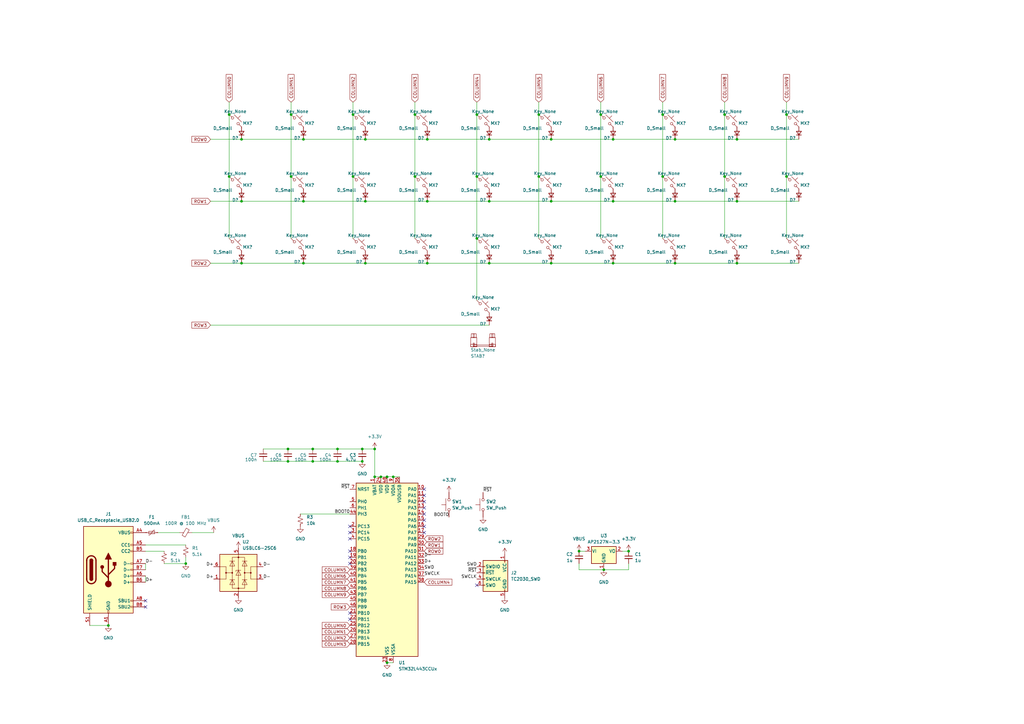
<source format=kicad_sch>
(kicad_sch (version 20230121) (generator eeschema)
  (paper "A3")
  (lib_symbols
    (symbol "Connector:USB_C_Receptacle_USB2.0" (pin_names (offset 1.016))
      (property "Reference" "J" (at -10.16 19.05 0))
      (property "Value" "USB_C_Receptacle_USB2.0" (at 19.05 19.05 0))
      (symbol "USB_C_Receptacle_USB2.0_1_1"
        (pin passive line (at 0 -22.86 90) (length 5.08) (name "GND") (number "A1"))
        (pin passive line (at 0 -22.86 90) (length 5.08) hide (name "GND") (number "A12"))
        (pin passive line (at 15.24 15.24 180) (length 5.08) (name "VBUS") (number "A4"))
        (pin bidirectional line (at 15.24 10.16 180) (length 5.08) (name "CC1") (number "A5"))
        (pin bidirectional line (at 15.24 -2.54 180) (length 5.08) (name "D+") (number "A6"))
        (pin bidirectional line (at 15.24 2.54 180) (length 5.08) (name "D-") (number "A7"))
        (pin bidirectional line (at 15.24 -12.7 180) (length 5.08) (name "SBU1") (number "A8"))
        (pin passive line (at 15.24 15.24 180) (length 5.08) hide (name "VBUS") (number "A9"))
        (pin passive line (at 0 -22.86 90) (length 5.08) hide (name "GND") (number "B1"))
        (pin passive line (at 0 -22.86 90) (length 5.08) hide (name "GND") (number "B12"))
        (pin passive line (at 15.24 15.24 180) (length 5.08) hide (name "VBUS") (number "B4"))
        (pin bidirectional line (at 15.24 7.62 180) (length 5.08) (name "CC2") (number "B5"))
        (pin bidirectional line (at 15.24 -5.08 180) (length 5.08) (name "D+") (number "B6"))
        (pin bidirectional line (at 15.24 0 180) (length 5.08) (name "D-") (number "B7"))
        (pin bidirectional line (at 15.24 -15.24 180) (length 5.08) (name "SBU2") (number "B8"))
        (pin passive line (at 15.24 15.24 180) (length 5.08) hide (name "VBUS") (number "B9"))
        (pin passive line (at -7.62 -22.86 90) (length 5.08) (name "SHIELD") (number "S1"))
      )
    )
    (symbol "D_Small" (pin_numbers hide) (pin_names (offset 0.254) hide)
      (property "Reference" "D1" (at 1.27 7.112 90))
      (property "Value" "D_Small" (at -1.27 3.048 90))
      (symbol "D_Small_1_1"
        (pin passive line (at -2.54 0 0) (length 1.778) (name "K") (number "1"))
        (pin passive line (at 2.54 0 180) (length 1.778) (name "A") (number "2"))
      )
    )
    (symbol "Device:C_Small" (pin_numbers hide) (pin_names (offset 0.254) hide)
      (property "Reference" "C" (at 0.254 1.778 0))
      (property "Value" "C_Small" (at 0.254 -2.032 0))
      (symbol "C_Small_1_1"
        (pin passive line (at 0 2.54 270) (length 2.032) (name "~") (number "1"))
        (pin passive line (at 0 -2.54 90) (length 2.032) (name "~") (number "2"))
      )
    )
    (symbol "Device:FerriteBead_Small" (pin_numbers hide) (pin_names (offset 0))
      (property "Reference" "FB" (at 1.905 1.27 0))
      (property "Value" "FerriteBead_Small" (at 1.905 -1.27 0))
      (symbol "FerriteBead_Small_1_1"
        (pin passive line (at 0 2.54 270) (length 1.27) (name "~") (number "1"))
        (pin passive line (at 0 -2.54 90) (length 1.27) (name "~") (number "2"))
      )
    )
    (symbol "Device:Polyfuse_Small" (pin_numbers hide) (pin_names (offset 0))
      (property "Reference" "F" (at -1.905 0 90))
      (property "Value" "Polyfuse_Small" (at 1.905 0 90))
      (symbol "Polyfuse_Small_1_1"
        (pin passive line (at 0 2.54 270) (length 0.635) (name "~") (number "1"))
        (pin passive line (at 0 -2.54 90) (length 0.635) (name "~") (number "2"))
      )
    )
    (symbol "Device:R_Small_US" (pin_numbers hide) (pin_names (offset 0.254) hide)
      (property "Reference" "R" (at 0.762 0.508 0))
      (property "Value" "R_Small_US" (at 0.762 -1.016 0))
      (symbol "R_Small_US_1_1"
        (pin passive line (at 0 2.54 270) (length 1.016) (name "~") (number "1"))
        (pin passive line (at 0 -2.54 90) (length 1.016) (name "~") (number "2"))
      )
    )
    (symbol "MCU_ST_STM32L4:STM32L443CCUx"
      (property "Reference" "U" (at -12.7 36.83 0))
      (property "Value" "STM32L443CCUx" (at 7.62 36.83 0))
      (symbol "STM32L443CCUx_1_1"
        (pin power_in line (at -5.08 38.1 270) (length 2.54) (name "VBAT") (number "1"))
        (pin bidirectional line (at 15.24 33.02 180) (length 2.54) (name "PA0") (number "10"))
        (pin bidirectional line (at 15.24 30.48 180) (length 2.54) (name "PA1") (number "11"))
        (pin bidirectional line (at 15.24 27.94 180) (length 2.54) (name "PA2") (number "12"))
        (pin bidirectional line (at 15.24 25.4 180) (length 2.54) (name "PA3") (number "13"))
        (pin bidirectional line (at 15.24 22.86 180) (length 2.54) (name "PA4") (number "14"))
        (pin bidirectional line (at 15.24 20.32 180) (length 2.54) (name "PA5") (number "15"))
        (pin bidirectional line (at 15.24 17.78 180) (length 2.54) (name "PA6") (number "16"))
        (pin bidirectional line (at 15.24 15.24 180) (length 2.54) (name "PA7") (number "17"))
        (pin bidirectional line (at -15.24 7.62 0) (length 2.54) (name "PB0") (number "18"))
        (pin bidirectional line (at -15.24 5.08 0) (length 2.54) (name "PB1") (number "19"))
        (pin bidirectional line (at -15.24 17.78 0) (length 2.54) (name "PC13") (number "2"))
        (pin bidirectional line (at -15.24 2.54 0) (length 2.54) (name "PB2") (number "20"))
        (pin bidirectional line (at -15.24 -17.78 0) (length 2.54) (name "PB10") (number "21"))
        (pin bidirectional line (at -15.24 -20.32 0) (length 2.54) (name "PB11") (number "22"))
        (pin power_in line (at 0 -38.1 90) (length 2.54) (name "VSS") (number "23"))
        (pin power_in line (at -2.54 38.1 270) (length 2.54) (name "VDD") (number "24"))
        (pin bidirectional line (at -15.24 -22.86 0) (length 2.54) (name "PB12") (number "25"))
        (pin bidirectional line (at -15.24 -25.4 0) (length 2.54) (name "PB13") (number "26"))
        (pin bidirectional line (at -15.24 -27.94 0) (length 2.54) (name "PB14") (number "27"))
        (pin bidirectional line (at -15.24 -30.48 0) (length 2.54) (name "PB15") (number "28"))
        (pin bidirectional line (at 15.24 12.7 180) (length 2.54) (name "PA8") (number "29"))
        (pin bidirectional line (at -15.24 15.24 0) (length 2.54) (name "PC14") (number "3"))
        (pin bidirectional line (at 15.24 10.16 180) (length 2.54) (name "PA9") (number "30"))
        (pin bidirectional line (at 15.24 7.62 180) (length 2.54) (name "PA10") (number "31"))
        (pin bidirectional line (at 15.24 5.08 180) (length 2.54) (name "PA11") (number "32"))
        (pin bidirectional line (at 15.24 2.54 180) (length 2.54) (name "PA12") (number "33"))
        (pin bidirectional line (at 15.24 0 180) (length 2.54) (name "PA13") (number "34"))
        (pin passive line (at 0 -38.1 90) (length 2.54) hide (name "VSS") (number "35"))
        (pin power_in line (at 5.08 38.1 270) (length 2.54) (name "VDDUSB") (number "36"))
        (pin bidirectional line (at 15.24 -2.54 180) (length 2.54) (name "PA14") (number "37"))
        (pin bidirectional line (at 15.24 -5.08 180) (length 2.54) (name "PA15") (number "38"))
        (pin bidirectional line (at -15.24 0 0) (length 2.54) (name "PB3") (number "39"))
        (pin bidirectional line (at -15.24 12.7 0) (length 2.54) (name "PC15") (number "4"))
        (pin bidirectional line (at -15.24 -2.54 0) (length 2.54) (name "PB4") (number "40"))
        (pin bidirectional line (at -15.24 -5.08 0) (length 2.54) (name "PB5") (number "41"))
        (pin bidirectional line (at -15.24 -7.62 0) (length 2.54) (name "PB6") (number "42"))
        (pin bidirectional line (at -15.24 -10.16 0) (length 2.54) (name "PB7") (number "43"))
        (pin bidirectional line (at -15.24 22.86 0) (length 2.54) (name "PH3") (number "44"))
        (pin bidirectional line (at -15.24 -12.7 0) (length 2.54) (name "PB8") (number "45"))
        (pin bidirectional line (at -15.24 -15.24 0) (length 2.54) (name "PB9") (number "46"))
        (pin passive line (at 0 -38.1 90) (length 2.54) hide (name "VSS") (number "47"))
        (pin power_in line (at 0 38.1 270) (length 2.54) (name "VDD") (number "48"))
        (pin passive line (at 0 -38.1 90) (length 2.54) hide (name "VSS") (number "49"))
        (pin bidirectional line (at -15.24 27.94 0) (length 2.54) (name "PH0") (number "5"))
        (pin bidirectional line (at -15.24 25.4 0) (length 2.54) (name "PH1") (number "6"))
        (pin input line (at -15.24 33.02 0) (length 2.54) (name "NRST") (number "7"))
        (pin power_in line (at 2.54 -38.1 90) (length 2.54) (name "VSSA") (number "8"))
        (pin power_in line (at 2.54 38.1 270) (length 2.54) (name "VDDA") (number "9"))
      )
    )
    (symbol "MX_SW_solder" (pin_numbers hide) (pin_names (offset 1.016) hide)
      (property "Reference" "MX1" (at 3.048 1.016 0))
      (property "Value" "Key_None" (at 0 -3.81 0))
      (symbol "MX_SW_solder_0_1"
        (pin passive line (at -2.54 2.54 0) (length 0) (name "1") (number "1"))
        (pin passive line (at 2.54 -2.54 180) (length 0) (name "2") (number "2"))
      )
    )
    (symbol "MX_stab" (pin_names (offset 1.016))
      (property "Reference" "STAB31" (at -5.08 92.71 0))
      (property "Value" "Stab_None" (at -5.08 90.17 0))
    )
    (symbol "PCM_marbastlib-various:TC2030_SWD" (pin_names (offset 1.016))
      (property "Reference" "J" (at -3.81 -6.35 0))
      (property "Value" "TC2030_SWD" (at -10.16 8.89 0))
      (symbol "TC2030_SWD_1_1"
        (pin passive line (at 5.08 10.16 270) (length 2.54) (name "VCC") (number "1"))
        (pin passive line (at -6.35 5.08 0) (length 2.54) (name "SWDIO") (number "2"))
        (pin passive line (at -6.35 2.54 0) (length 2.54) (name "~{RST}") (number "3"))
        (pin passive line (at -6.35 0 0) (length 2.54) (name "SWCLK") (number "4"))
        (pin passive line (at 5.08 -7.62 90) (length 2.54) (name "GND") (number "5"))
        (pin passive line (at -6.35 -2.54 0) (length 2.54) (name "SWO") (number "6"))
      )
    )
    (symbol "Power_Protection:USBLC6-2SC6" (pin_names hide)
      (property "Reference" "U" (at 2.54 8.89 0))
      (property "Value" "USBLC6-2SC6" (at 2.54 -8.89 0))
      (symbol "USBLC6-2SC6_1_1"
        (pin passive line (at -10.16 -2.54 0) (length 2.54) (name "I/O1") (number "1"))
        (pin passive line (at 0 -10.16 90) (length 2.54) (name "GND") (number "2"))
        (pin passive line (at 10.16 -2.54 180) (length 2.54) (name "I/O2") (number "3"))
        (pin passive line (at 10.16 2.54 180) (length 2.54) (name "I/O2") (number "4"))
        (pin passive line (at 0 10.16 270) (length 2.54) (name "VBUS") (number "5"))
        (pin passive line (at -10.16 2.54 0) (length 2.54) (name "I/O1") (number "6"))
      )
    )
    (symbol "Regulator_Linear:AP2127N-3.3" (pin_names (offset 0.254))
      (property "Reference" "U" (at -3.81 3.175 0))
      (property "Value" "AP2127N-3.3" (at 0 3.175 0))
      (symbol "AP2127N-3.3_1_1"
        (pin power_in line (at 0 -7.62 90) (length 2.54) (name "GND") (number "1"))
        (pin power_out line (at 7.62 0 180) (length 2.54) (name "VO") (number "2"))
        (pin power_in line (at -7.62 0 0) (length 2.54) (name "VI") (number "3"))
      )
    )
    (symbol "Switch:SW_Push" (pin_numbers hide) (pin_names (offset 1.016) hide)
      (property "Reference" "SW" (at 1.27 2.54 0))
      (property "Value" "SW_Push" (at 0 -1.524 0))
      (symbol "SW_Push_0_1"
        (pin passive line (at -5.08 0 0) (length 2.54) (name "1") (number "1"))
        (pin passive line (at 5.08 0 180) (length 2.54) (name "2") (number "2"))
      )
    )
    (symbol "power:+3.3V" (power) (pin_names (offset 0))
      (property "Value" "+3.3V" (at 0 3.556 0))
      (symbol "+3.3V_1_1"
        (pin power_in line (at 0 0 90) (length 0) hide (name "+3.3V") (number "1"))
      )
    )
    (symbol "power:GND" (power) (pin_names (offset 0))
      (property "Value" "GND" (at 0 -3.81 0))
      (symbol "GND_1_1"
        (pin power_in line (at 0 0 270) (length 0) hide (name "GND") (number "1"))
      )
    )
    (symbol "power:VBUS" (power) (pin_names (offset 0))
      (property "Value" "VBUS" (at 0 3.81 0))
      (symbol "VBUS_1_1"
        (pin power_in line (at 0 0 90) (length 0) hide (name "VBUS") (number "1"))
      )
    )
  )
  (junction (at 99.06 82.55))
  (junction (at 170.18 46.99))
  (junction (at 119.38 72.39))
  (junction (at 149.86 107.95))
  (junction (at 322.58 46.99))
  (junction (at 220.98 72.39))
  (junction (at 119.38 46.99))
  (junction (at 124.46 107.95))
  (junction (at 226.06 57.15))
  (junction (at 138.43 184.15))
  (junction (at 257.81 226.06))
  (junction (at 271.78 72.39))
  (junction (at 271.78 46.99))
  (junction (at 276.86 107.95))
  (junction (at 148.59 189.23))
  (junction (at 161.29 195.58))
  (junction (at 226.06 82.55))
  (junction (at 195.58 97.79))
  (junction (at 76.2 231.14))
  (junction (at 149.86 82.55))
  (junction (at 149.86 57.15))
  (junction (at 246.38 72.39))
  (junction (at 44.45 256.54))
  (junction (at 144.78 72.39))
  (junction (at 99.06 107.95))
  (junction (at 148.59 184.15))
  (junction (at 158.75 271.78))
  (junction (at 247.65 233.68))
  (junction (at 175.26 107.95))
  (junction (at 175.26 82.55))
  (junction (at 93.98 46.99))
  (junction (at 156.21 195.58))
  (junction (at 246.38 46.99))
  (junction (at 195.58 46.99))
  (junction (at 118.11 184.15))
  (junction (at 297.18 46.99))
  (junction (at 226.06 107.95))
  (junction (at 237.49 226.06))
  (junction (at 302.26 107.95))
  (junction (at 297.18 72.39))
  (junction (at 200.66 107.95))
  (junction (at 251.46 107.95))
  (junction (at 153.67 195.58))
  (junction (at 220.98 46.99))
  (junction (at 302.26 57.15))
  (junction (at 124.46 57.15))
  (junction (at 170.18 72.39))
  (junction (at 195.58 72.39))
  (junction (at 153.67 184.15))
  (junction (at 144.78 46.99))
  (junction (at 124.46 82.55))
  (junction (at 276.86 82.55))
  (junction (at 251.46 82.55))
  (junction (at 175.26 57.15))
  (junction (at 128.27 189.23))
  (junction (at 158.75 195.58))
  (junction (at 200.66 57.15))
  (junction (at 251.46 57.15))
  (junction (at 322.58 72.39))
  (junction (at 128.27 184.15))
  (junction (at 99.06 57.15))
  (junction (at 200.66 82.55))
  (junction (at 118.11 189.23))
  (junction (at 138.43 189.23))
  (junction (at 276.86 57.15))
  (junction (at 93.98 72.39))
  (junction (at 302.26 82.55))
  (no_connect (at 143.51 215.9))
  (no_connect (at 173.99 205.74))
  (no_connect (at 195.58 240.03))
  (no_connect (at 143.51 251.46))
  (no_connect (at 143.51 220.98))
  (no_connect (at 143.51 228.6))
  (no_connect (at 173.99 215.9))
  (no_connect (at 173.99 213.36))
  (no_connect (at 143.51 226.06))
  (no_connect (at 143.51 218.44))
  (no_connect (at 173.99 218.44))
  (no_connect (at 173.99 208.28))
  (no_connect (at 143.51 254))
  (no_connect (at 173.99 200.66))
  (no_connect (at 173.99 210.82))
  (no_connect (at 143.51 231.14))
  (no_connect (at 59.69 248.92))
  (no_connect (at 173.99 203.2))
  (no_connect (at 59.69 246.38))
  (wire (pts (xy 158.75 195.58) (xy 161.29 195.58)))
  (wire (pts (xy 195.58 41.91) (xy 195.58 46.99)))
  (wire (pts (xy 76.2 231.14) (xy 76.2 228.6)))
  (wire (pts (xy 59.69 231.14) (xy 59.69 233.68)))
  (wire (pts (xy 170.18 41.91) (xy 170.18 46.99)))
  (wire (pts (xy 276.86 82.55) (xy 302.26 82.55)))
  (wire (pts (xy 226.06 82.55) (xy 251.46 82.55)))
  (wire (pts (xy 237.49 226.06) (xy 240.03 226.06)))
  (wire (pts (xy 195.58 72.39) (xy 195.58 97.79)))
  (wire (pts (xy 271.78 72.39) (xy 271.78 97.79)))
  (wire (pts (xy 297.18 41.91) (xy 297.18 46.99)))
  (wire (pts (xy 156.21 195.58) (xy 158.75 195.58)))
  (wire (pts (xy 118.11 184.15) (xy 107.95 184.15)))
  (wire (pts (xy 195.58 46.99) (xy 195.58 72.39)))
  (wire (pts (xy 297.18 72.39) (xy 297.18 97.79)))
  (wire (pts (xy 59.69 236.22) (xy 59.69 238.76)))
  (wire (pts (xy 175.26 82.55) (xy 200.66 82.55)))
  (wire (pts (xy 144.78 46.99) (xy 144.78 72.39)))
  (wire (pts (xy 86.36 107.95) (xy 99.06 107.95)))
  (wire (pts (xy 86.36 57.15) (xy 99.06 57.15)))
  (wire (pts (xy 148.59 189.23) (xy 138.43 189.23)))
  (wire (pts (xy 99.06 82.55) (xy 124.46 82.55)))
  (wire (pts (xy 67.31 231.14) (xy 76.2 231.14)))
  (wire (pts (xy 149.86 57.15) (xy 175.26 57.15)))
  (wire (pts (xy 246.38 72.39) (xy 246.38 97.79)))
  (wire (pts (xy 36.83 256.54) (xy 44.45 256.54)))
  (wire (pts (xy 119.38 46.99) (xy 119.38 72.39)))
  (wire (pts (xy 251.46 82.55) (xy 276.86 82.55)))
  (wire (pts (xy 148.59 184.15) (xy 153.67 184.15)))
  (wire (pts (xy 76.2 223.52) (xy 59.69 223.52)))
  (wire (pts (xy 86.36 133.35) (xy 200.66 133.35)))
  (wire (pts (xy 123.19 210.82) (xy 143.51 210.82)))
  (wire (pts (xy 195.58 97.79) (xy 195.58 123.19)))
  (wire (pts (xy 87.63 218.44) (xy 78.74 218.44)))
  (wire (pts (xy 251.46 57.15) (xy 276.86 57.15)))
  (wire (pts (xy 226.06 107.95) (xy 251.46 107.95)))
  (wire (pts (xy 200.66 57.15) (xy 226.06 57.15)))
  (wire (pts (xy 149.86 82.55) (xy 175.26 82.55)))
  (wire (pts (xy 158.75 271.78) (xy 161.29 271.78)))
  (wire (pts (xy 257.81 231.14) (xy 257.81 233.68)))
  (wire (pts (xy 124.46 107.95) (xy 149.86 107.95)))
  (wire (pts (xy 93.98 72.39) (xy 93.98 97.79)))
  (wire (pts (xy 271.78 46.99) (xy 271.78 72.39)))
  (wire (pts (xy 161.29 195.58) (xy 163.83 195.58)))
  (wire (pts (xy 124.46 82.55) (xy 149.86 82.55)))
  (wire (pts (xy 322.58 72.39) (xy 322.58 97.79)))
  (wire (pts (xy 73.66 218.44) (xy 64.77 218.44)))
  (wire (pts (xy 237.49 231.14) (xy 237.49 233.68)))
  (wire (pts (xy 200.66 82.55) (xy 226.06 82.55)))
  (wire (pts (xy 124.46 57.15) (xy 149.86 57.15)))
  (wire (pts (xy 153.67 184.15) (xy 153.67 195.58)))
  (wire (pts (xy 175.26 107.95) (xy 200.66 107.95)))
  (wire (pts (xy 276.86 107.95) (xy 302.26 107.95)))
  (wire (pts (xy 148.59 184.15) (xy 138.43 184.15)))
  (wire (pts (xy 99.06 107.95) (xy 124.46 107.95)))
  (wire (pts (xy 170.18 46.99) (xy 170.18 72.39)))
  (wire (pts (xy 220.98 41.91) (xy 220.98 46.99)))
  (wire (pts (xy 86.36 82.55) (xy 99.06 82.55)))
  (wire (pts (xy 170.18 72.39) (xy 170.18 97.79)))
  (wire (pts (xy 144.78 72.39) (xy 144.78 97.79)))
  (wire (pts (xy 200.66 107.95) (xy 226.06 107.95)))
  (wire (pts (xy 220.98 46.99) (xy 220.98 72.39)))
  (wire (pts (xy 153.67 195.58) (xy 156.21 195.58)))
  (wire (pts (xy 251.46 107.95) (xy 276.86 107.95)))
  (wire (pts (xy 119.38 41.91) (xy 119.38 46.99)))
  (wire (pts (xy 237.49 233.68) (xy 247.65 233.68)))
  (wire (pts (xy 175.26 57.15) (xy 200.66 57.15)))
  (wire (pts (xy 271.78 41.91) (xy 271.78 46.99)))
  (wire (pts (xy 322.58 46.99) (xy 322.58 72.39)))
  (wire (pts (xy 93.98 41.91) (xy 93.98 46.99)))
  (wire (pts (xy 138.43 189.23) (xy 128.27 189.23)))
  (wire (pts (xy 322.58 41.91) (xy 322.58 46.99)))
  (wire (pts (xy 138.43 184.15) (xy 128.27 184.15)))
  (wire (pts (xy 226.06 57.15) (xy 251.46 57.15)))
  (wire (pts (xy 93.98 46.99) (xy 93.98 72.39)))
  (wire (pts (xy 118.11 189.23) (xy 107.95 189.23)))
  (wire (pts (xy 276.86 57.15) (xy 302.26 57.15)))
  (wire (pts (xy 128.27 184.15) (xy 118.11 184.15)))
  (wire (pts (xy 302.26 107.95) (xy 327.66 107.95)))
  (wire (pts (xy 220.98 72.39) (xy 220.98 97.79)))
  (wire (pts (xy 297.18 46.99) (xy 297.18 72.39)))
  (wire (pts (xy 246.38 41.91) (xy 246.38 46.99)))
  (wire (pts (xy 128.27 189.23) (xy 118.11 189.23)))
  (wire (pts (xy 149.86 107.95) (xy 175.26 107.95)))
  (wire (pts (xy 59.69 226.06) (xy 67.31 226.06)))
  (wire (pts (xy 246.38 46.99) (xy 246.38 72.39)))
  (wire (pts (xy 257.81 226.06) (xy 255.27 226.06)))
  (wire (pts (xy 257.81 233.68) (xy 247.65 233.68)))
  (wire (pts (xy 119.38 72.39) (xy 119.38 97.79)))
  (wire (pts (xy 302.26 57.15) (xy 327.66 57.15)))
  (wire (pts (xy 302.26 82.55) (xy 327.66 82.55)))
  (wire (pts (xy 99.06 57.15) (xy 124.46 57.15)))
  (wire (pts (xy 144.78 41.91) (xy 144.78 46.99)))
  (label "BOOT0" (at 143.51 210.82 180))
  (label "D+" (at 59.69 238.76 0))
  (label "SWCLK" (at 173.99 236.22 0))
  (label "D+" (at 87.63 232.41 180))
  (label "D-" (at 173.99 228.6 0))
  (label "SWCLK" (at 195.58 237.49 180))
  (label "D+" (at 173.99 231.14 0))
  (label "D+" (at 87.63 237.49 180))
  (label "SWD" (at 173.99 233.68 0))
  (label "D-" (at 59.69 231.14 0))
  (label "SWD" (at 195.58 232.41 180))
  (label "~{RST}" (at 198.12 201.93 0))
  (label "~{RST}" (at 195.58 234.95 180))
  (label "D-" (at 107.95 237.49 0))
  (label "~{RST}" (at 143.51 200.66 180))
  (label "BOOT0" (at 184.15 212.09 180))
  (label "D-" (at 107.95 232.41 0))
  (global_label "COLUMN8" (shape input) (at 297.18 41.91 90) (property "Intersheetrefs" "${INTERSHEET_REFS}" (effects hide)))
  (global_label "ROW2" (shape input) (at 173.99 220.98 0) (property "Intersheetrefs" "${INTERSHEET_REFS}" (effects hide)))
  (global_label "COLUMN1" (shape input) (at 143.51 259.08 180) (property "Intersheetrefs" "${INTERSHEET_REFS}" (effects hide)))
  (global_label "ROW0" (shape input) (at 173.99 226.06 0) (property "Intersheetrefs" "${INTERSHEET_REFS}" (effects hide)))
  (global_label "COLUMN5" (shape input) (at 143.51 233.68 180) (property "Intersheetrefs" "${INTERSHEET_REFS}" (effects hide)))
  (global_label "COLUMN2" (shape input) (at 143.51 261.62 180) (property "Intersheetrefs" "${INTERSHEET_REFS}" (effects hide)))
  (global_label "COLUMN6" (shape input) (at 143.51 236.22 180) (property "Intersheetrefs" "${INTERSHEET_REFS}" (effects hide)))
  (global_label "COLUMN9" (shape input) (at 143.51 243.84 180) (property "Intersheetrefs" "${INTERSHEET_REFS}" (effects hide)))
  (global_label "COLUMN2" (shape input) (at 144.78 41.91 90) (property "Intersheetrefs" "${INTERSHEET_REFS}" (effects hide)))
  (global_label "ROW0" (shape input) (at 86.36 57.15 180) (property "Intersheetrefs" "${INTERSHEET_REFS}" (effects hide)))
  (global_label "ROW1" (shape input) (at 173.99 223.52 0) (property "Intersheetrefs" "${INTERSHEET_REFS}" (effects hide)))
  (global_label "ROW3" (shape input) (at 86.36 133.35 180) (property "Intersheetrefs" "${INTERSHEET_REFS}" (effects hide)))
  (global_label "COLUMN0" (shape input) (at 143.51 256.54 180) (property "Intersheetrefs" "${INTERSHEET_REFS}" (effects hide)))
  (global_label "ROW3" (shape input) (at 143.51 248.92 180) (property "Intersheetrefs" "${INTERSHEET_REFS}" (effects hide)))
  (global_label "COLUMN4" (shape input) (at 195.58 41.91 90) (property "Intersheetrefs" "${INTERSHEET_REFS}" (effects hide)))
  (global_label "COLUMN9" (shape input) (at 322.58 41.91 90) (property "Intersheetrefs" "${INTERSHEET_REFS}" (effects hide)))
  (global_label "ROW2" (shape input) (at 86.36 107.95 180) (property "Intersheetrefs" "${INTERSHEET_REFS}" (effects hide)))
  (global_label "COLUMN8" (shape input) (at 143.51 241.3 180) (property "Intersheetrefs" "${INTERSHEET_REFS}" (effects hide)))
  (global_label "COLUMN7" (shape input) (at 271.78 41.91 90) (property "Intersheetrefs" "${INTERSHEET_REFS}" (effects hide)))
  (global_label "COLUMN5" (shape input) (at 220.98 41.91 90) (property "Intersheetrefs" "${INTERSHEET_REFS}" (effects hide)))
  (global_label "COLUMN3" (shape input) (at 143.51 264.16 180) (property "Intersheetrefs" "${INTERSHEET_REFS}" (effects hide)))
  (global_label "COLUMN6" (shape input) (at 246.38 41.91 90) (property "Intersheetrefs" "${INTERSHEET_REFS}" (effects hide)))
  (global_label "ROW1" (shape input) (at 86.36 82.55 180) (property "Intersheetrefs" "${INTERSHEET_REFS}" (effects hide)))
  (global_label "COLUMN0" (shape input) (at 93.98 41.91 90) (property "Intersheetrefs" "${INTERSHEET_REFS}" (effects hide)))
  (global_label "COLUMN7" (shape input) (at 143.51 238.76 180) (property "Intersheetrefs" "${INTERSHEET_REFS}" (effects hide)))
  (global_label "COLUMN4" (shape input) (at 173.99 238.76 0) (property "Intersheetrefs" "${INTERSHEET_REFS}" (effects hide)))
  (global_label "COLUMN1" (shape input) (at 119.38 41.91 90) (property "Intersheetrefs" "${INTERSHEET_REFS}" (effects hide)))
  (global_label "COLUMN3" (shape input) (at 170.18 41.91 90) (property "Intersheetrefs" "${INTERSHEET_REFS}" (effects hide)))
  (symbol (lib_name "MX_SW_solder") (lib_id "marbastlib-mx:MX_SW_solder") (at 248.92 49.53 0) (unit 1)
    (property "Reference" "MX?" (at 251.968 50.546 0) (effects (justify left)))
    (property "Value" "Key_None" (at 248.92 45.72 0))
    (property "Footprint" "PCM_marbastlib-mx:SW_MX_1u" (effects hide))
  )
  (symbol (lib_id "power:+3.3V") (at 153.67 184.15 0) (unit 1)
    (property "Reference" "#PWR09" (effects hide))
    (property "Value" "+3.3V" (at 153.67 179.07 0))
  )
  (symbol (lib_id "power:VBUS") (at 97.79 224.79 0) (unit 1)
    (property "Reference" "#PWR04" (effects hide))
    (property "Value" "VBUS" (at 97.79 219.71 0))
  )
  (symbol (lib_id "Switch:SW_Push") (at 198.12 207.01 90) (unit 1)
    (property "Reference" "SW2" (at 199.39 205.74 90) (effects (justify right)))
    (property "Value" "SW_Push" (at 199.39 208.28 90) (effects (justify right)))
    (property "Footprint" "PCM_marbastlib-various:SW_SPST_SKQG_WithStem" (effects hide))
    (property "LCSC" "C318884" (effects hide))
  )
  (symbol (lib_name "MX_SW_solder") (lib_id "marbastlib-mx:MX_SW_solder") (at 325.12 74.93 0) (unit 1)
    (property "Reference" "MX?" (at 328.168 75.946 0) (effects (justify left)))
    (property "Value" "Key_None" (at 325.12 71.12 0))
    (property "Footprint" "PCM_marbastlib-mx:SW_MX_1u" (effects hide))
  )
  (symbol (lib_id "power:GND") (at 158.75 271.78 0) (unit 1)
    (property "Reference" "#PWR010" (effects hide))
    (property "Value" "GND" (at 158.75 276.86 0))
  )
  (symbol (lib_id "Connector:USB_C_Receptacle_USB2.0") (at 44.45 233.68 0) (unit 1)
    (property "Reference" "J1" (at 44.45 210.82 0))
    (property "Value" "USB_C_Receptacle_USB2.0" (at 44.45 213.36 0))
    (property "Footprint" "Connector_USB:USB_C_Receptacle_HRO_TYPE-C-31-M-12" (effects hide))
    (property "Datasheet" "https://www.usb.org/sites/default/files/documents/usb_type-c.zip" (effects hide))
    (property "LCSC" "C165948" (effects hide))
  )
  (symbol (lib_name "MX_SW_solder") (lib_id "marbastlib-mx:MX_SW_solder") (at 96.52 49.53 0) (unit 1)
    (property "Reference" "MX?" (at 99.568 50.546 0) (effects (justify left)))
    (property "Value" "Key_None" (at 96.52 45.72 0))
    (property "Footprint" "PCM_marbastlib-mx:SW_MX_1u" (effects hide))
  )
  (symbol (lib_name "MX_SW_solder") (lib_id "marbastlib-mx:MX_SW_solder") (at 147.32 74.93 0) (unit 1)
    (property "Reference" "MX?" (at 150.368 75.946 0) (effects (justify left)))
    (property "Value" "Key_None" (at 147.32 71.12 0))
    (property "Footprint" "PCM_marbastlib-mx:SW_MX_1u" (effects hide))
  )
  (symbol (lib_name "MX_SW_solder") (lib_id "marbastlib-mx:MX_SW_solder") (at 121.92 49.53 0) (unit 1)
    (property "Reference" "MX?" (at 124.968 50.546 0) (effects (justify left)))
    (property "Value" "Key_None" (at 121.92 45.72 0))
    (property "Footprint" "PCM_marbastlib-mx:SW_MX_1u" (effects hide))
  )
  (symbol (lib_name "MX_SW_solder") (lib_id "marbastlib-mx:MX_SW_solder") (at 96.52 74.93 0) (unit 1)
    (property "Reference" "MX?" (at 99.568 75.946 0) (effects (justify left)))
    (property "Value" "Key_None" (at 96.52 71.12 0))
    (property "Footprint" "PCM_marbastlib-mx:SW_MX_1u" (effects hide))
  )
  (symbol (lib_id "Power_Protection:USBLC6-2SC6") (at 97.79 234.95 0) (unit 1)
    (property "Reference" "U2" (at 99.4411 222.25 0) (effects (justify left)))
    (property "Value" "USBLC6-2SC6" (at 99.4411 224.79 0) (effects (justify left)))
    (property "Footprint" "Package_TO_SOT_SMD:SOT-23-6" (effects hide))
    (property "Datasheet" "https://www.st.com/resource/en/datasheet/usblc6-2.pdf" (effects hide))
    (property "LCSC" "C7519" (effects hide))
  )
  (symbol (lib_name "D_Small") (lib_id "Device:D_Small") (at 302.26 80.01 90) (unit 1)
    (property "Reference" "D?" (at 300.99 82.042 90) (effects (justify left)))
    (property "Value" "D_Small" (at 298.45 77.978 90) (effects (justify left)))
    (property "Footprint" "Diode_SMD:D_SOD-123" (effects hide))
    (property "LCSC" "C81598" (effects hide))
  )
  (symbol (lib_name "MX_SW_solder") (lib_id "marbastlib-mx:MX_SW_solder") (at 248.92 100.33 0) (unit 1)
    (property "Reference" "MX?" (at 251.968 101.346 0) (effects (justify left)))
    (property "Value" "Key_None" (at 248.92 96.52 0))
    (property "Footprint" "PCM_marbastlib-mx:SW_MX_1u" (effects hide))
  )
  (symbol (lib_name "D_Small") (lib_id "Device:D_Small") (at 226.06 80.01 90) (unit 1)
    (property "Reference" "D?" (at 224.79 82.042 90) (effects (justify left)))
    (property "Value" "D_Small" (at 222.25 77.978 90) (effects (justify left)))
    (property "Footprint" "Diode_SMD:D_SOD-123" (effects hide))
    (property "LCSC" "C81598" (effects hide))
  )
  (symbol (lib_id "power:GND") (at 123.19 215.9 0) (unit 1)
    (property "Reference" "#PWR011" (effects hide))
    (property "Value" "GND" (at 123.19 220.98 0))
  )
  (symbol (lib_name "D_Small") (lib_id "Device:D_Small") (at 200.66 80.01 90) (unit 1)
    (property "Reference" "D?" (at 199.39 82.042 90) (effects (justify left)))
    (property "Value" "D_Small" (at 196.85 77.978 90) (effects (justify left)))
    (property "Footprint" "Diode_SMD:D_SOD-123" (effects hide))
    (property "LCSC" "C81598" (effects hide))
  )
  (symbol (lib_name "D_Small") (lib_id "Device:D_Small") (at 302.26 105.41 90) (unit 1)
    (property "Reference" "D?" (at 300.99 107.442 90) (effects (justify left)))
    (property "Value" "D_Small" (at 298.45 103.378 90) (effects (justify left)))
    (property "Footprint" "Diode_SMD:D_SOD-123" (effects hide))
    (property "LCSC" "C81598" (effects hide))
  )
  (symbol (lib_name "D_Small") (lib_id "Device:D_Small") (at 302.26 54.61 90) (unit 1)
    (property "Reference" "D?" (at 300.99 56.642 90) (effects (justify left)))
    (property "Value" "D_Small" (at 298.45 52.578 90) (effects (justify left)))
    (property "Footprint" "Diode_SMD:D_SOD-123" (effects hide))
    (property "LCSC" "C81598" (effects hide))
  )
  (symbol (lib_name "MX_SW_solder") (lib_id "marbastlib-mx:MX_SW_solder") (at 172.72 100.33 0) (unit 1)
    (property "Reference" "MX?" (at 175.768 101.346 0) (effects (justify left)))
    (property "Value" "Key_None" (at 172.72 96.52 0))
    (property "Footprint" "PCM_marbastlib-mx:SW_MX_1u" (effects hide))
  )
  (symbol (lib_name "MX_SW_solder") (lib_id "marbastlib-mx:MX_SW_solder") (at 172.72 49.53 0) (unit 1)
    (property "Reference" "MX?" (at 175.768 50.546 0) (effects (justify left)))
    (property "Value" "Key_None" (at 172.72 45.72 0))
    (property "Footprint" "PCM_marbastlib-mx:SW_MX_1u" (effects hide))
  )
  (symbol (lib_id "Device:C_Small") (at 107.95 186.69 0) (mirror y) (unit 1)
    (property "Reference" "C7" (at 105.41 186.69 0) (effects (justify left)))
    (property "Value" "100n" (at 105.4443 188.5173 0) (effects (justify left)))
    (property "Footprint" "Capacitor_SMD:C_0402_1005Metric" (effects hide))
    (property "LCSC" "C169292" (effects hide))
  )
  (symbol (lib_name "MX_SW_solder") (lib_id "marbastlib-mx:MX_SW_solder") (at 223.52 74.93 0) (unit 1)
    (property "Reference" "MX?" (at 226.568 75.946 0) (effects (justify left)))
    (property "Value" "Key_None" (at 223.52 71.12 0))
    (property "Footprint" "PCM_marbastlib-mx:SW_MX_1u" (effects hide))
  )
  (symbol (lib_name "D_Small") (lib_id "Device:D_Small") (at 124.46 80.01 90) (unit 1)
    (property "Reference" "D?" (at 123.19 82.042 90) (effects (justify left)))
    (property "Value" "D_Small" (at 120.65 77.978 90) (effects (justify left)))
    (property "Footprint" "Diode_SMD:D_SOD-123" (effects hide))
    (property "LCSC" "C81598" (effects hide))
  )
  (symbol (lib_id "Device:Polyfuse_Small") (at 62.23 218.44 90) (unit 1)
    (property "Reference" "F1" (at 62.23 212.09 90))
    (property "Value" "500mA" (at 62.23 214.63 90))
    (property "Footprint" "Fuse:Fuse_0805_2012Metric" (effects hide))
    (property "LCSC" "C2833485" (effects hide))
  )
  (symbol (lib_name "D_Small") (lib_id "Device:D_Small") (at 276.86 54.61 90) (unit 1)
    (property "Reference" "D?" (at 275.59 56.642 90) (effects (justify left)))
    (property "Value" "D_Small" (at 273.05 52.578 90) (effects (justify left)))
    (property "Footprint" "Diode_SMD:D_SOD-123" (effects hide))
    (property "LCSC" "C81598" (effects hide))
  )
  (symbol (lib_name "D_Small") (lib_id "Device:D_Small") (at 251.46 105.41 90) (unit 1)
    (property "Reference" "D?" (at 250.19 107.442 90) (effects (justify left)))
    (property "Value" "D_Small" (at 247.65 103.378 90) (effects (justify left)))
    (property "Footprint" "Diode_SMD:D_SOD-123" (effects hide))
    (property "LCSC" "C81598" (effects hide))
  )
  (symbol (lib_name "D_Small") (lib_id "Device:D_Small") (at 327.66 105.41 90) (unit 1)
    (property "Reference" "D?" (at 326.39 107.442 90) (effects (justify left)))
    (property "Value" "D_Small" (at 323.85 103.378 90) (effects (justify left)))
    (property "Footprint" "Diode_SMD:D_SOD-123" (effects hide))
    (property "LCSC" "C81598" (effects hide))
  )
  (symbol (lib_name "D_Small") (lib_id "Device:D_Small") (at 175.26 80.01 90) (unit 1)
    (property "Reference" "D?" (at 173.99 82.042 90) (effects (justify left)))
    (property "Value" "D_Small" (at 171.45 77.978 90) (effects (justify left)))
    (property "Footprint" "Diode_SMD:D_SOD-123" (effects hide))
    (property "LCSC" "C81598" (effects hide))
  )
  (symbol (lib_name "D_Small") (lib_id "Device:D_Small") (at 226.06 54.61 90) (unit 1)
    (property "Reference" "D?" (at 224.79 56.642 90) (effects (justify left)))
    (property "Value" "D_Small" (at 222.25 52.578 90) (effects (justify left)))
    (property "Footprint" "Diode_SMD:D_SOD-123" (effects hide))
    (property "LCSC" "C81598" (effects hide))
  )
  (symbol (lib_id "power:GND") (at 76.2 231.14 0) (unit 1)
    (property "Reference" "#PWR01" (effects hide))
    (property "Value" "GND" (at 76.2 236.22 0))
  )
  (symbol (lib_name "D_Small") (lib_id "Device:D_Small") (at 175.26 105.41 90) (unit 1)
    (property "Reference" "D?" (at 173.99 107.442 90) (effects (justify left)))
    (property "Value" "D_Small" (at 171.45 103.378 90) (effects (justify left)))
    (property "Footprint" "Diode_SMD:D_SOD-123" (effects hide))
    (property "LCSC" "C81598" (effects hide))
  )
  (symbol (lib_id "power:GND") (at 207.01 245.11 0) (unit 1)
    (property "Reference" "#PWR014" (effects hide))
    (property "Value" "GND" (at 207.01 250.19 0))
  )
  (symbol (lib_id "power:+3.3V") (at 207.01 227.33 0) (unit 1)
    (property "Reference" "#PWR016" (effects hide))
    (property "Value" "+3.3V" (at 207.01 222.25 0))
  )
  (symbol (lib_id "Device:R_Small_US") (at 67.31 228.6 0) (unit 1)
    (property "Reference" "R2" (at 69.85 227.33 0) (effects (justify left)))
    (property "Value" "5.1k" (at 69.85 229.87 0) (effects (justify left)))
    (property "Footprint" "Resistor_SMD:R_0402_1005Metric" (effects hide))
    (property "LCSC" "C2906948" (effects hide))
  )
  (symbol (lib_name "D_Small") (lib_id "Device:D_Small") (at 276.86 105.41 90) (unit 1)
    (property "Reference" "D?" (at 275.59 107.442 90) (effects (justify left)))
    (property "Value" "D_Small" (at 273.05 103.378 90) (effects (justify left)))
    (property "Footprint" "Diode_SMD:D_SOD-123" (effects hide))
    (property "LCSC" "C81598" (effects hide))
  )
  (symbol (lib_name "D_Small") (lib_id "Device:D_Small") (at 149.86 80.01 90) (unit 1)
    (property "Reference" "D?" (at 148.59 82.042 90) (effects (justify left)))
    (property "Value" "D_Small" (at 146.05 77.978 90) (effects (justify left)))
    (property "Footprint" "Diode_SMD:D_SOD-123" (effects hide))
    (property "LCSC" "C81598" (effects hide))
  )
  (symbol (lib_id "power:GND") (at 148.59 189.23 0) (mirror y) (unit 1)
    (property "Reference" "#PWR015" (effects hide))
    (property "Value" "GND" (at 148.59 194.31 0))
  )
  (symbol (lib_id "power:VBUS") (at 237.49 226.06 0) (unit 1)
    (property "Reference" "#PWR06" (effects hide))
    (property "Value" "VBUS" (at 237.49 220.98 0))
  )
  (symbol (lib_name "MX_SW_solder") (lib_id "marbastlib-mx:MX_SW_solder") (at 274.32 74.93 0) (unit 1)
    (property "Reference" "MX?" (at 277.368 75.946 0) (effects (justify left)))
    (property "Value" "Key_None" (at 274.32 71.12 0))
    (property "Footprint" "PCM_marbastlib-mx:SW_MX_1u" (effects hide))
  )
  (symbol (lib_name "MX_SW_solder") (lib_id "marbastlib-mx:MX_SW_solder") (at 198.12 74.93 0) (unit 1)
    (property "Reference" "MX?" (at 201.168 75.946 0) (effects (justify left)))
    (property "Value" "Key_None" (at 198.12 71.12 0))
    (property "Footprint" "PCM_marbastlib-mx:SW_MX_1u" (effects hide))
  )
  (symbol (lib_name "MX_stab") (lib_id "marbastlib-mx:MX_stab") (at 198.12 139.7 0) (unit 1)
    (property "Reference" "STAB?" (at 193.04 146.05 0) (effects (justify left)))
    (property "Value" "Stab_None" (at 193.04 143.51 0) (effects (justify left)))
    (property "Footprint" "PCM_marbastlib-mx:STAB_MX_P_10u" (effects hide))
  )
  (symbol (lib_name "MX_SW_solder") (lib_id "marbastlib-mx:MX_SW_solder") (at 121.92 100.33 0) (unit 1)
    (property "Reference" "MX?" (at 124.968 101.346 0) (effects (justify left)))
    (property "Value" "Key_None" (at 121.92 96.52 0))
    (property "Footprint" "PCM_marbastlib-mx:SW_MX_1u" (effects hide))
  )
  (symbol (lib_name "D_Small") (lib_id "Device:D_Small") (at 200.66 130.81 90) (unit 1)
    (property "Reference" "D?" (at 199.39 132.842 90) (effects (justify left)))
    (property "Value" "D_Small" (at 196.85 128.778 90) (effects (justify left)))
    (property "Footprint" "Diode_SMD:D_SOD-123" (effects hide))
    (property "LCSC" "C81598" (effects hide))
  )
  (symbol (lib_name "MX_SW_solder") (lib_id "marbastlib-mx:MX_SW_solder") (at 198.12 125.73 0) (unit 1)
    (property "Reference" "MX?" (at 201.168 126.746 0) (effects (justify left)))
    (property "Value" "Key_None" (at 198.12 121.92 0))
    (property "Footprint" "PCM_marbastlib-mx:SW_MX_1u" (effects hide))
  )
  (symbol (lib_name "D_Small") (lib_id "Device:D_Small") (at 175.26 54.61 90) (unit 1)
    (property "Reference" "D?" (at 173.99 56.642 90) (effects (justify left)))
    (property "Value" "D_Small" (at 171.45 52.578 90) (effects (justify left)))
    (property "Footprint" "Diode_SMD:D_SOD-123" (effects hide))
    (property "LCSC" "C81598" (effects hide))
  )
  (symbol (lib_id "power:GND") (at 198.12 212.09 0) (unit 1)
    (property "Reference" "#PWR013" (effects hide))
    (property "Value" "GND" (at 198.12 217.17 0))
  )
  (symbol (lib_name "MX_SW_solder") (lib_id "marbastlib-mx:MX_SW_solder") (at 147.32 100.33 0) (unit 1)
    (property "Reference" "MX?" (at 150.368 101.346 0) (effects (justify left)))
    (property "Value" "Key_None" (at 147.32 96.52 0))
    (property "Footprint" "PCM_marbastlib-mx:SW_MX_1u" (effects hide))
  )
  (symbol (lib_name "D_Small") (lib_id "Device:D_Small") (at 124.46 105.41 90) (unit 1)
    (property "Reference" "D?" (at 123.19 107.442 90) (effects (justify left)))
    (property "Value" "D_Small" (at 120.65 103.378 90) (effects (justify left)))
    (property "Footprint" "Diode_SMD:D_SOD-123" (effects hide))
    (property "LCSC" "C81598" (effects hide))
  )
  (symbol (lib_id "power:GND") (at 97.79 245.11 0) (unit 1)
    (property "Reference" "#PWR05" (effects hide))
    (property "Value" "GND" (at 97.79 250.19 0))
  )
  (symbol (lib_id "Device:C_Small") (at 128.27 186.69 0) (mirror y) (unit 1)
    (property "Reference" "C5" (at 125.73 186.69 0) (effects (justify left)))
    (property "Value" "100n" (at 125.7643 188.5173 0) (effects (justify left)))
    (property "Footprint" "Capacitor_SMD:C_0402_1005Metric" (effects hide))
    (property "LCSC" "C169292" (effects hide))
  )
  (symbol (lib_name "D_Small") (lib_id "Device:D_Small") (at 200.66 105.41 90) (unit 1)
    (property "Reference" "D?" (at 199.39 107.442 90) (effects (justify left)))
    (property "Value" "D_Small" (at 196.85 103.378 90) (effects (justify left)))
    (property "Footprint" "Diode_SMD:D_SOD-123" (effects hide))
    (property "LCSC" "C81598" (effects hide))
  )
  (symbol (lib_id "Device:C_Small") (at 138.43 186.69 0) (mirror y) (unit 1)
    (property "Reference" "C4" (at 135.89 186.69 0) (effects (justify left)))
    (property "Value" "100n" (at 135.9243 188.5173 0) (effects (justify left)))
    (property "Footprint" "Capacitor_SMD:C_0402_1005Metric" (effects hide))
    (property "LCSC" "C169292" (effects hide))
  )
  (symbol (lib_name "D_Small") (lib_id "Device:D_Small") (at 251.46 54.61 90) (unit 1)
    (property "Reference" "D?" (at 250.19 56.642 90) (effects (justify left)))
    (property "Value" "D_Small" (at 247.65 52.578 90) (effects (justify left)))
    (property "Footprint" "Diode_SMD:D_SOD-123" (effects hide))
    (property "LCSC" "C81598" (effects hide))
  )
  (symbol (lib_name "MX_SW_solder") (lib_id "marbastlib-mx:MX_SW_solder") (at 121.92 74.93 0) (unit 1)
    (property "Reference" "MX?" (at 124.968 75.946 0) (effects (justify left)))
    (property "Value" "Key_None" (at 121.92 71.12 0))
    (property "Footprint" "PCM_marbastlib-mx:SW_MX_1u" (effects hide))
  )
  (symbol (lib_name "MX_SW_solder") (lib_id "marbastlib-mx:MX_SW_solder") (at 147.32 49.53 0) (unit 1)
    (property "Reference" "MX?" (at 150.368 50.546 0) (effects (justify left)))
    (property "Value" "Key_None" (at 147.32 45.72 0))
    (property "Footprint" "PCM_marbastlib-mx:SW_MX_1u" (effects hide))
  )
  (symbol (lib_id "Device:C_Small") (at 237.49 228.6 0) (mirror y) (unit 1)
    (property "Reference" "C2" (at 234.95 227.3363 0) (effects (justify left)))
    (property "Value" "1u" (at 234.95 229.8763 0) (effects (justify left)))
    (property "Footprint" "Capacitor_SMD:C_0402_1005Metric" (effects hide))
    (property "LCSC" "C15684" (effects hide))
  )
  (symbol (lib_name "D_Small") (lib_id "Device:D_Small") (at 124.46 54.61 90) (unit 1)
    (property "Reference" "D?" (at 123.19 56.642 90) (effects (justify left)))
    (property "Value" "D_Small" (at 120.65 52.578 90) (effects (justify left)))
    (property "Footprint" "Diode_SMD:D_SOD-123" (effects hide))
    (property "LCSC" "C81598" (effects hide))
  )
  (symbol (lib_name "MX_SW_solder") (lib_id "marbastlib-mx:MX_SW_solder") (at 274.32 100.33 0) (unit 1)
    (property "Reference" "MX?" (at 277.368 101.346 0) (effects (justify left)))
    (property "Value" "Key_None" (at 274.32 96.52 0))
    (property "Footprint" "PCM_marbastlib-mx:SW_MX_1u" (effects hide))
  )
  (symbol (lib_name "D_Small") (lib_id "Device:D_Small") (at 276.86 80.01 90) (unit 1)
    (property "Reference" "D?" (at 275.59 82.042 90) (effects (justify left)))
    (property "Value" "D_Small" (at 273.05 77.978 90) (effects (justify left)))
    (property "Footprint" "Diode_SMD:D_SOD-123" (effects hide))
    (property "LCSC" "C81598" (effects hide))
  )
  (symbol (lib_name "MX_SW_solder") (lib_id "marbastlib-mx:MX_SW_solder") (at 223.52 100.33 0) (unit 1)
    (property "Reference" "MX?" (at 226.568 101.346 0) (effects (justify left)))
    (property "Value" "Key_None" (at 223.52 96.52 0))
    (property "Footprint" "PCM_marbastlib-mx:SW_MX_1u" (effects hide))
  )
  (symbol (lib_name "MX_SW_solder") (lib_id "marbastlib-mx:MX_SW_solder") (at 248.92 74.93 0) (unit 1)
    (property "Reference" "MX?" (at 251.968 75.946 0) (effects (justify left)))
    (property "Value" "Key_None" (at 248.92 71.12 0))
    (property "Footprint" "PCM_marbastlib-mx:SW_MX_1u" (effects hide))
  )
  (symbol (lib_id "Device:C_Small") (at 118.11 186.69 0) (mirror y) (unit 1)
    (property "Reference" "C6" (at 115.57 186.69 0) (effects (justify left)))
    (property "Value" "100n" (at 115.6043 188.5173 0) (effects (justify left)))
    (property "Footprint" "Capacitor_SMD:C_0402_1005Metric" (effects hide))
    (property "LCSC" "C169292" (effects hide))
  )
  (symbol (lib_name "MX_SW_solder") (lib_id "marbastlib-mx:MX_SW_solder") (at 198.12 100.33 0) (unit 1)
    (property "Reference" "MX?" (at 201.168 101.346 0) (effects (justify left)))
    (property "Value" "Key_None" (at 198.12 96.52 0))
    (property "Footprint" "PCM_marbastlib-mx:SW_MX_1u" (effects hide))
  )
  (symbol (lib_name "MX_SW_solder") (lib_id "marbastlib-mx:MX_SW_solder") (at 198.12 49.53 0) (unit 1)
    (property "Reference" "MX?" (at 201.168 50.546 0) (effects (justify left)))
    (property "Value" "Key_None" (at 198.12 45.72 0))
    (property "Footprint" "PCM_marbastlib-mx:SW_MX_1u" (effects hide))
  )
  (symbol (lib_id "Device:FerriteBead_Small") (at 76.2 218.44 90) (unit 1)
    (property "Reference" "FB1" (at 76.1619 212.09 90))
    (property "Value" "100R @ 100 MHz" (at 76.1619 214.63 90))
    (property "Footprint" "Inductor_SMD:L_0603_1608Metric" (effects hide))
    (property "LCSC" "C14709" (effects hide))
  )
  (symbol (lib_name "D_Small") (lib_id "Device:D_Small") (at 99.06 105.41 90) (unit 1)
    (property "Reference" "D?" (at 97.79 107.442 90) (effects (justify left)))
    (property "Value" "D_Small" (at 95.25 103.378 90) (effects (justify left)))
    (property "Footprint" "Diode_SMD:D_SOD-123" (effects hide))
    (property "LCSC" "C81598" (effects hide))
  )
  (symbol (lib_name "D_Small") (lib_id "Device:D_Small") (at 99.06 80.01 90) (unit 1)
    (property "Reference" "D?" (at 97.79 82.042 90) (effects (justify left)))
    (property "Value" "D_Small" (at 95.25 77.978 90) (effects (justify left)))
    (property "Footprint" "Diode_SMD:D_SOD-123" (effects hide))
    (property "LCSC" "C81598" (effects hide))
  )
  (symbol (lib_id "Device:C_Small") (at 257.81 228.6 0) (unit 1)
    (property "Reference" "C1" (at 260.35 227.3363 0) (effects (justify left)))
    (property "Value" "1u" (at 260.35 229.8763 0) (effects (justify left)))
    (property "Footprint" "Capacitor_SMD:C_0402_1005Metric" (effects hide))
    (property "LCSC" "C15684" (effects hide))
  )
  (symbol (lib_id "power:GND") (at 44.45 256.54 0) (unit 1)
    (property "Reference" "#PWR02" (effects hide))
    (property "Value" "GND" (at 44.45 261.62 0))
  )
  (symbol (lib_id "Device:R_Small_US") (at 123.19 213.36 0) (mirror y) (unit 1)
    (property "Reference" "R3" (at 125.73 212.09 0) (effects (justify right)))
    (property "Value" "10k" (at 125.73 214.63 0) (effects (justify right)))
    (property "Footprint" "Resistor_SMD:R_0402_1005Metric" (effects hide))
    (property "LCSC" "C60490" (effects hide))
  )
  (symbol (lib_name "D_Small") (lib_id "Device:D_Small") (at 327.66 80.01 90) (unit 1)
    (property "Reference" "D?" (at 326.39 82.042 90) (effects (justify left)))
    (property "Value" "D_Small" (at 323.85 77.978 90) (effects (justify left)))
    (property "Footprint" "Diode_SMD:D_SOD-123" (effects hide))
    (property "LCSC" "C81598" (effects hide))
  )
  (symbol (lib_name "D_Small") (lib_id "Device:D_Small") (at 149.86 54.61 90) (unit 1)
    (property "Reference" "D?" (at 148.59 56.642 90) (effects (justify left)))
    (property "Value" "D_Small" (at 146.05 52.578 90) (effects (justify left)))
    (property "Footprint" "Diode_SMD:D_SOD-123" (effects hide))
    (property "LCSC" "C81598" (effects hide))
  )
  (symbol (lib_id "Regulator_Linear:AP2127N-3.3") (at 247.65 226.06 0) (unit 1)
    (property "Reference" "U3" (at 247.65 219.71 0))
    (property "Value" "AP2127N-3.3" (at 247.65 222.25 0))
    (property "Footprint" "Package_TO_SOT_SMD:SOT-23" (effects hide))
    (property "Datasheet" "https://www.diodes.com/assets/Datasheets/AP2127.pdf" (effects hide))
    (property "LCSC" "C347222" (effects hide))
  )
  (symbol (lib_id "power:GND") (at 247.65 233.68 0) (unit 1)
    (property "Reference" "#PWR08" (effects hide))
    (property "Value" "GND" (at 247.65 238.76 0))
  )
  (symbol (lib_name "MX_SW_solder") (lib_id "marbastlib-mx:MX_SW_solder") (at 172.72 74.93 0) (unit 1)
    (property "Reference" "MX?" (at 175.768 75.946 0) (effects (justify left)))
    (property "Value" "Key_None" (at 172.72 71.12 0))
    (property "Footprint" "PCM_marbastlib-mx:SW_MX_1u" (effects hide))
  )
  (symbol (lib_name "D_Small") (lib_id "Device:D_Small") (at 149.86 105.41 90) (unit 1)
    (property "Reference" "D?" (at 148.59 107.442 90) (effects (justify left)))
    (property "Value" "D_Small" (at 146.05 103.378 90) (effects (justify left)))
    (property "Footprint" "Diode_SMD:D_SOD-123" (effects hide))
    (property "LCSC" "C81598" (effects hide))
  )
  (symbol (lib_name "D_Small") (lib_id "Device:D_Small") (at 226.06 105.41 90) (unit 1)
    (property "Reference" "D?" (at 224.79 107.442 90) (effects (justify left)))
    (property "Value" "D_Small" (at 222.25 103.378 90) (effects (justify left)))
    (property "Footprint" "Diode_SMD:D_SOD-123" (effects hide))
    (property "LCSC" "C81598" (effects hide))
  )
  (symbol (lib_id "Device:C_Small") (at 148.59 186.69 0) (mirror y) (unit 1)
    (property "Reference" "C3" (at 146.05 186.69 0) (effects (justify left)))
    (property "Value" "4.7u" (at 146.0843 188.5173 0) (effects (justify left)))
    (property "Footprint" "Capacitor_SMD:C_0402_1005Metric" (effects hide))
    (property "LCSC" "C368809" (effects hide))
  )
  (symbol (lib_id "PCM_marbastlib-various:TC2030_SWD") (at 201.93 237.49 0) (unit 1)
    (property "Reference" "J2" (at 209.55 234.95 0) (effects (justify left)))
    (property "Value" "TC2030_SWD" (at 209.55 237.49 0) (effects (justify left)))
    (property "Footprint" "PCM_marbastlib-various:CON_TC2030_outlined" (effects hide))
    (property "Datasheet" " ~" (effects hide))
  )
  (symbol (lib_name "D_Small") (lib_id "Device:D_Small") (at 99.06 54.61 90) (unit 1)
    (property "Reference" "D?" (at 97.79 56.642 90) (effects (justify left)))
    (property "Value" "D_Small" (at 95.25 52.578 90) (effects (justify left)))
    (property "Footprint" "Diode_SMD:D_SOD-123" (effects hide))
    (property "LCSC" "C81598" (effects hide))
  )
  (symbol (lib_id "MCU_ST_STM32L4:STM32L443CCUx") (at 158.75 233.68 0) (unit 1)
    (property "Reference" "U1" (at 163.4841 271.78 0) (effects (justify left)))
    (property "Value" "STM32L443CCUx" (at 163.4841 274.32 0) (effects (justify left)))
    (property "Footprint" "Package_DFN_QFN:QFN-48-1EP_7x7mm_P0.5mm_EP5.6x5.6mm_ThermalVias" (effects hide))
    (property "Datasheet" "https://www.st.com/resource/en/datasheet/stm32l443cc.pdf" (effects hide))
    (property "LCSC" "C1338637" (effects hide))
  )
  (symbol (lib_name "MX_SW_solder") (lib_id "marbastlib-mx:MX_SW_solder") (at 299.72 100.33 0) (unit 1)
    (property "Reference" "MX?" (at 302.768 101.346 0) (effects (justify left)))
    (property "Value" "Key_None" (at 299.72 96.52 0))
    (property "Footprint" "PCM_marbastlib-mx:SW_MX_1u" (effects hide))
  )
  (symbol (lib_id "Switch:SW_Push") (at 184.15 207.01 90) (unit 1)
    (property "Reference" "SW1" (at 185.42 205.74 90) (effects (justify right)))
    (property "Value" "SW_Push" (at 185.42 208.28 90) (effects (justify right)))
    (property "Footprint" "PCM_marbastlib-various:SW_SPST_SKQG_WithStem" (effects hide))
    (property "LCSC" "C318884" (effects hide))
  )
  (symbol (lib_name "MX_SW_solder") (lib_id "marbastlib-mx:MX_SW_solder") (at 299.72 49.53 0) (unit 1)
    (property "Reference" "MX?" (at 302.768 50.546 0) (effects (justify left)))
    (property "Value" "Key_None" (at 299.72 45.72 0))
    (property "Footprint" "PCM_marbastlib-mx:SW_MX_1u" (effects hide))
  )
  (symbol (lib_name "MX_SW_solder") (lib_id "marbastlib-mx:MX_SW_solder") (at 96.52 100.33 0) (unit 1)
    (property "Reference" "MX?" (at 99.568 101.346 0) (effects (justify left)))
    (property "Value" "Key_None" (at 96.52 96.52 0))
    (property "Footprint" "PCM_marbastlib-mx:SW_MX_1u" (effects hide))
  )
  (symbol (lib_id "power:+3.3V") (at 184.15 201.93 0) (unit 1)
    (property "Reference" "#PWR012" (effects hide))
    (property "Value" "+3.3V" (at 184.15 196.85 0))
  )
  (symbol (lib_id "power:VBUS") (at 87.63 218.44 0) (unit 1)
    (property "Reference" "#PWR03" (effects hide))
    (property "Value" "VBUS" (at 87.63 213.36 0))
  )
  (symbol (lib_name "MX_SW_solder") (lib_id "marbastlib-mx:MX_SW_solder") (at 299.72 74.93 0) (unit 1)
    (property "Reference" "MX?" (at 302.768 75.946 0) (effects (justify left)))
    (property "Value" "Key_None" (at 299.72 71.12 0))
    (property "Footprint" "PCM_marbastlib-mx:SW_MX_1u" (effects hide))
  )
  (symbol (lib_name "MX_SW_solder") (lib_id "marbastlib-mx:MX_SW_solder") (at 325.12 49.53 0) (unit 1)
    (property "Reference" "MX?" (at 328.168 50.546 0) (effects (justify left)))
    (property "Value" "Key_None" (at 325.12 45.72 0))
    (property "Footprint" "PCM_marbastlib-mx:SW_MX_1u" (effects hide))
  )
  (symbol (lib_id "Device:R_Small_US") (at 76.2 226.06 0) (unit 1)
    (property "Reference" "R1" (at 78.74 224.79 0) (effects (justify left)))
    (property "Value" "5.1k" (at 78.74 227.33 0) (effects (justify left)))
    (property "Footprint" "Resistor_SMD:R_0402_1005Metric" (effects hide))
    (property "LCSC" "C2906948" (effects hide))
  )
  (symbol (lib_name "D_Small") (lib_id "Device:D_Small") (at 200.66 54.61 90) (unit 1)
    (property "Reference" "D?" (at 199.39 56.642 90) (effects (justify left)))
    (property "Value" "D_Small" (at 196.85 52.578 90) (effects (justify left)))
    (property "Footprint" "Diode_SMD:D_SOD-123" (effects hide))
    (property "LCSC" "C81598" (effects hide))
  )
  (symbol (lib_name "D_Small") (lib_id "Device:D_Small") (at 251.46 80.01 90) (unit 1)
    (property "Reference" "D?" (at 250.19 82.042 90) (effects (justify left)))
    (property "Value" "D_Small" (at 247.65 77.978 90) (effects (justify left)))
    (property "Footprint" "Diode_SMD:D_SOD-123" (effects hide))
    (property "LCSC" "C81598" (effects hide))
  )
  (symbol (lib_id "power:+3.3V") (at 257.81 226.06 0) (unit 1)
    (property "Reference" "#PWR07" (effects hide))
    (property "Value" "+3.3V" (at 257.81 220.98 0))
  )
  (symbol (lib_name "D_Small") (lib_id "Device:D_Small") (at 327.66 54.61 90) (unit 1)
    (property "Reference" "D?" (at 326.39 56.642 90) (effects (justify left)))
    (property "Value" "D_Small" (at 323.85 52.578 90) (effects (justify left)))
    (property "Footprint" "Diode_SMD:D_SOD-123" (effects hide))
    (property "LCSC" "C81598" (effects hide))
  )
  (symbol (lib_name "MX_SW_solder") (lib_id "marbastlib-mx:MX_SW_solder") (at 223.52 49.53 0) (unit 1)
    (property "Reference" "MX?" (at 226.568 50.546 0) (effects (justify left)))
    (property "Value" "Key_None" (at 223.52 45.72 0))
    (property "Footprint" "PCM_marbastlib-mx:SW_MX_1u" (effects hide))
  )
  (symbol (lib_name "MX_SW_solder") (lib_id "marbastlib-mx:MX_SW_solder") (at 325.12 100.33 0) (unit 1)
    (property "Reference" "MX?" (at 328.168 101.346 0) (effects (justify left)))
    (property "Value" "Key_None" (at 325.12 96.52 0))
    (property "Footprint" "PCM_marbastlib-mx:SW_MX_1u" (effects hide))
  )
  (symbol (lib_name "MX_SW_solder") (lib_id "marbastlib-mx:MX_SW_solder") (at 274.32 49.53 0) (unit 1)
    (property "Reference" "MX?" (at 277.368 50.546 0) (effects (justify left)))
    (property "Value" "Key_None" (at 274.32 45.72 0))
    (property "Footprint" "PCM_marbastlib-mx:SW_MX_1u" (effects hide))
  )
)
</source>
